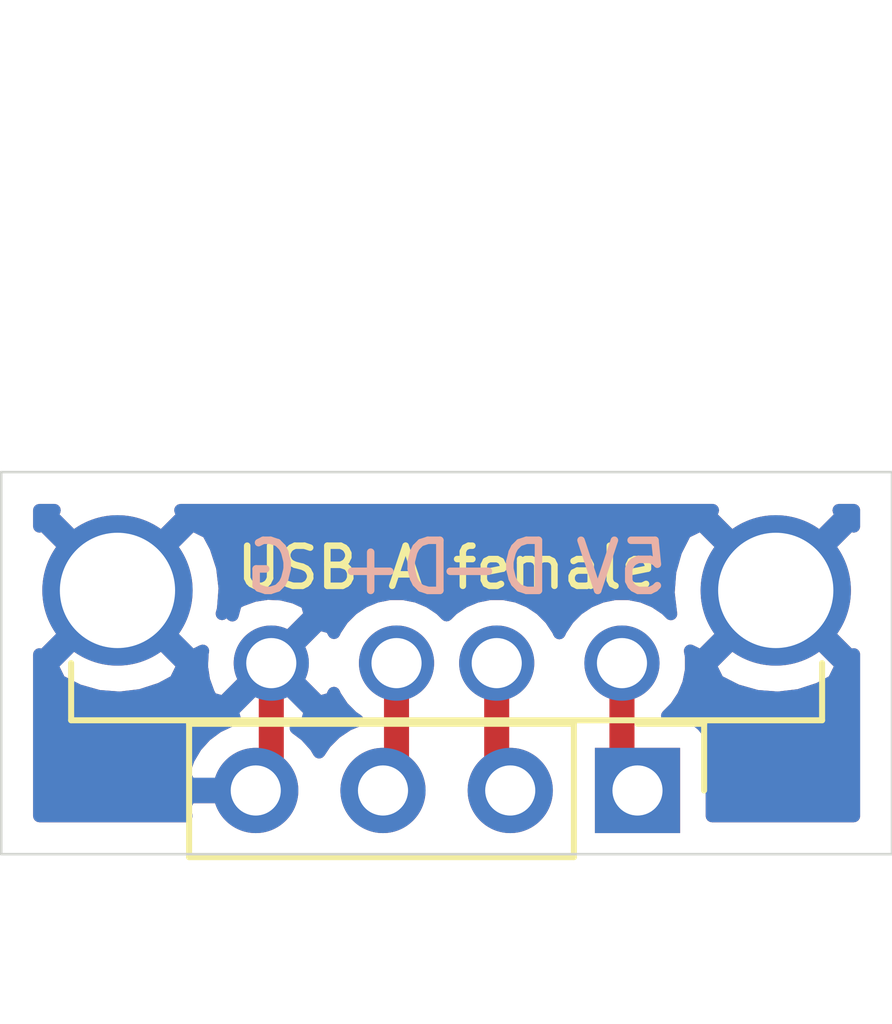
<source format=kicad_pcb>
(kicad_pcb (version 20211014) (generator pcbnew)
  (layers (0 "F.Cu" signal) (31 "B.Cu" signal) (34 "B.Paste" user) (35 "F.Paste" user) (36 "B.SilkS" user "B.Silkscreen") (37 "F.SilkS" user "F.Silkscreen") (38 "B.Mask" user) (39 "F.Mask" user) (44 "Edge.Cuts" user))
  (net 0 "")
  (net 1 "Net-(J1-Pad4)")
  (net 2 "Net-(J1-Pad1)")
  (net 3 "Net-(J1-Pad2)")
  (net 4 "Net-(J1-Pad3)")
  (footprint "Sassa:USB_A_female_THT_G54" (layer "F.Cu") (at 142.24 104.14 180)
    (fp_text reference "J1" hide)
    (fp_text value "USB_A")
    (fp_line (start -7.495 -1.14) (end -7.495 0) (layer "F.SilkS") (width 0.12))
    (fp_line (start 7.495 -1.14) (end 7.495 0) (layer "F.SilkS") (width 0.12))
    (fp_line (start 7.495 -1.14) (end -7.495 -1.14) (layer "F.SilkS") (width 0.12))
    (pad "1" thru_hole circle locked (at -3.5 0 90) (size 1.5 1.5) (drill 1) (layers *.Cu *.Mask) (net 2 "Net-(J1-Pad1)"))
    (pad "2" thru_hole circle locked (at -1 0 90) (size 1.5 1.5) (drill 1) (layers *.Cu *.Mask) (net 3 "Net-(J1-Pad2)"))
    (pad "3" thru_hole circle locked (at 1 0 90) (size 1.5 1.5) (drill 1) (layers *.Cu *.Mask) (net 4 "Net-(J1-Pad3)"))
    (pad "4" thru_hole circle locked (at 3.5 0 90) (size 1.5 1.5) (drill 1) (layers *.Cu *.Mask) (net 1 "Net-(J1-Pad4)"))
    (pad "5" thru_hole circle locked (at 6.57 1.45 90) (size 3 3) (drill 2.3) (layers *.Cu *.Mask) (net 1 "Net-(J1-Pad4)"))
    (pad "5" thru_hole circle locked (at -6.57 1.45 90) (size 3 3) (drill 2.3) (layers *.Cu *.Mask) (net 1 "Net-(J1-Pad4)"))
  )
  (footprint "Connector_PinHeader_2.54mm:PinHeader_1x04_P2.54mm_Vertical" (layer "F.Cu") (at 146.05 106.68 -90)
    (fp_text reference "J2" hide)
    (fp_text value "Conn_01x04")
    (fp_line (start 1.33 1.27) (end 1.33 8.95) (layer "F.SilkS") (width 0.12))
    (fp_line (start -1.33 0) (end -1.33 -1.33) (layer "F.SilkS") (width 0.12))
    (fp_line (start -1.33 1.27) (end -1.33 8.95) (layer "F.SilkS") (width 0.12))
    (fp_line (start -1.33 -1.33) (end 0 -1.33) (layer "F.SilkS") (width 0.12))
    (fp_line (start -1.33 8.95) (end 1.33 8.95) (layer "F.SilkS") (width 0.12))
    (fp_line (start -1.33 1.27) (end 1.33 1.27) (layer "F.SilkS") (width 0.12))
    (pad "1" thru_hole rect (at 0 0 270) (size 1.7 1.7) (drill 1) (layers *.Cu *.Mask) (net 2 "Net-(J1-Pad1)"))
    (pad "2" thru_hole oval (at 0 2.54 270) (size 1.7 1.7) (drill 1) (layers *.Cu *.Mask) (net 3 "Net-(J1-Pad2)"))
    (pad "3" thru_hole oval (at 0 5.08 270) (size 1.7 1.7) (drill 1) (layers *.Cu *.Mask) (net 4 "Net-(J1-Pad3)"))
    (pad "4" thru_hole oval (at 0 7.62 270) (size 1.7 1.7) (drill 1) (layers *.Cu *.Mask) (net 1 "Net-(J1-Pad4)"))
  )
  (gr_line (start 133.35 107.95) (end 133.35 100.33) (layer "Edge.Cuts") (width 0.05))
  (gr_line (start 151.13 100.33) (end 151.13 107.95) (layer "Edge.Cuts") (width 0.05))
  (gr_line (start 151.13 107.95) (end 133.35 107.95) (layer "Edge.Cuts") (width 0.05))
  (gr_line (start 133.35 100.33) (end 151.13 100.33) (layer "Edge.Cuts") (width 0.05))
  (gr_text "D+" (at 141.224 102.235) (layer "B.SilkS") (effects (font (size 1 1)) (justify mirror)))
  (gr_text "5V" (at 145.7325 102.235) (layer "B.SilkS") (effects (font (size 1 1)) (justify mirror)))
  (gr_text "D-" (at 143.1925 102.235) (layer "B.SilkS") (effects (font (size 1 1)) (justify mirror)))
  (gr_text "G" (at 138.7475 102.235) (layer "B.SilkS") (effects (font (size 1 1)) (justify mirror)))
  (gr_text "USB A female" (at 142.24 102.235) (layer "F.SilkS") (effects (font (size 0.8 0.8) (thickness 0.13))))
  (segment (start 138.74 104.14) (end 138.74 106.37) (width 0.5) (layer "F.Cu") (net 1))
  (segment (start 138.74 106.37) (end 138.43 106.68) (width 0.5) (layer "F.Cu") (net 1))
  (segment (start 145.74 104.14) (end 145.74 106.37) (width 0.5) (layer "F.Cu") (net 2))
  (segment (start 145.74 106.37) (end 146.05 106.68) (width 0.5) (layer "F.Cu") (net 2))
  (segment (start 143.24 104.14) (end 143.24 106.41) (width 0.5) (layer "F.Cu") (net 3))
  (segment (start 143.24 106.41) (end 143.51 106.68) (width 0.5) (layer "F.Cu") (net 3))
  (segment (start 141.24 104.14) (end 141.24 106.41) (width 0.5) (layer "F.Cu") (net 4))
  (segment (start 141.24 106.41) (end 140.97 106.68) (width 0.5) (layer "F.Cu") (net 4))
  (zone (net 1) (net_name "Net-(J1-Pad4)") (layer "F.Cu") (connect_pads (clearance 0.508)) (min_thickness 0.254) (fill yes (thermal_gap 0.508) (thermal_bridge_width 0.508))
    (polygon (pts (xy 150.495 107.315) (xy 133.985 107.315) (xy 133.985 100.965) (xy 150.495 100.965)))
  )
  (zone (net 1) (net_name "Net-(J1-Pad4)") (layer "B.Cu") (connect_pads (clearance 0.508)) (min_thickness 0.254) (fill yes (thermal_gap 0.508) (thermal_bridge_width 0.508))
    (polygon (pts (xy 150.495 107.315) (xy 133.985 107.315) (xy 133.985 100.965) (xy 150.495 100.965)))
  )
)
</source>
